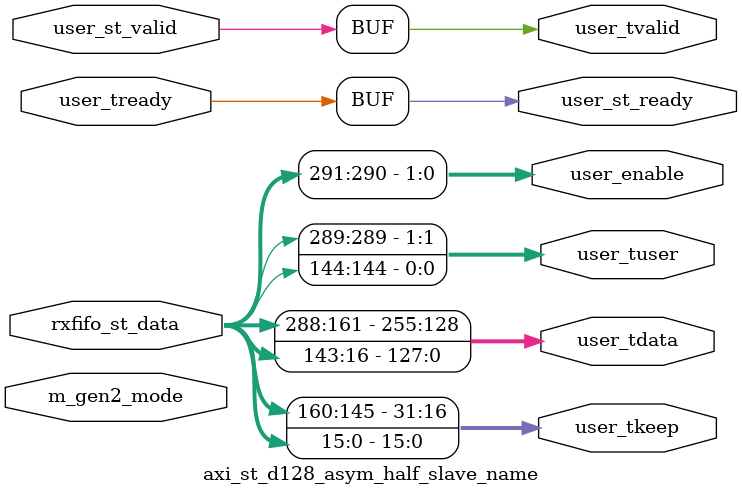
<source format=sv>

module axi_st_d128_asym_half_slave_name  (

  // st channel
  output logic [  31:   0]   user_tkeep          ,
  output logic [ 255:   0]   user_tdata          ,
  output logic [   1:   0]   user_tuser          ,
  output logic               user_tvalid         ,
  input  logic               user_tready         ,
  output logic [   1:   0]   user_enable         ,

  // Logic Link Interfaces
  input  logic               user_st_valid       ,
  input  logic [ 291:   0]   rxfifo_st_data      ,
  output logic               user_st_ready       ,

  input  logic               m_gen2_mode         

);

  // Connect Data

  assign user_tvalid                        = user_st_valid                      ;
  assign user_st_ready                      = user_tready                        ;
  assign user_tkeep           [   0 +:  16] = rxfifo_st_data       [   0 +:  16] ;
  assign user_tdata           [   0 +: 128] = rxfifo_st_data       [  16 +: 128] ;
  assign user_tuser           [   0 +:   1] = rxfifo_st_data       [ 144 +:   1] ;
  assign user_enable          [   0 +:   1] = rxfifo_st_data       [ 290 +:   1] ;
  assign user_tkeep           [  16 +:  16] = rxfifo_st_data       [ 145 +:  16] ;
  assign user_tdata           [ 128 +: 128] = rxfifo_st_data       [ 161 +: 128] ;
  assign user_tuser           [   1 +:   1] = rxfifo_st_data       [ 289 +:   1] ;
  assign user_enable          [   1 +:   1] = rxfifo_st_data       [ 291 +:   1] ;

endmodule

</source>
